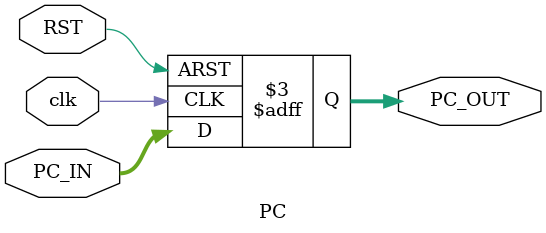
<source format=v>
module PC #(parameter DataWidth =32) (
    input wire [DataWidth-1:0] PC_IN,
    input wire        clk ,
    input wire        RST ,
    output reg [DataWidth-1:0] PC_OUT
);

always @(posedge clk or negedge RST) begin
    if (!RST) begin
        PC_OUT<='b0;
    end
    else begin
        PC_OUT<=PC_IN;
    end
    
end
    
endmodule
</source>
